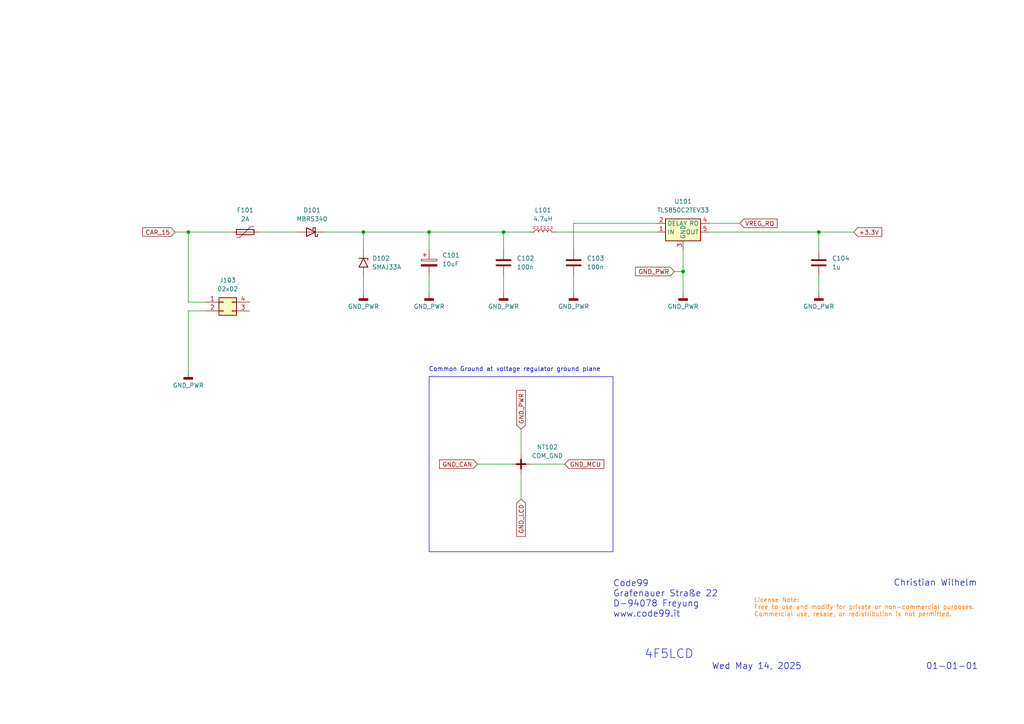
<source format=kicad_sch>
(kicad_sch (version 20250114) (generator "eeschema") (generator_version "9.0")
  (paper "A4")
  (lib_symbols
    (symbol "Connector_Generic:Conn_02x02_Counter_Clockwise" (pin_names (offset 1.016) (hide yes))
      (property "Reference" "J" (at 1.27 2.54 0))
      (property "Value" "Conn_02x02_Counter_Clockwise" (at 1.27 -5.08 0))
      (symbol "Conn_02x02_Counter_Clockwise_1_1"
        (rectangle (start -1.27 1.27) (end 3.81 -3.81) (stroke (width 0.254)) (fill (type background)))
        (rectangle (start -1.27 0.127) (end 0 -0.127) (stroke (width 0.1524)))
        (rectangle (start -1.27 -2.413) (end 0 -2.667) (stroke (width 0.1524)))
        (rectangle (start 3.81 0.127) (end 2.54 -0.127) (stroke (width 0.1524)))
        (rectangle (start 3.81 -2.413) (end 2.54 -2.667) (stroke (width 0.1524)))
        (pin passive line (at -5.08 0 0) (length 3.81) (name "Pin_1") (number "1"))
        (pin passive line (at -5.08 -2.54 0) (length 3.81) (name "Pin_2") (number "2"))
        (pin passive line (at 7.62 0 180) (length 3.81) (name "Pin_4") (number "4"))
        (pin passive line (at 7.62 -2.54 180) (length 3.81) (name "Pin_3") (number "3"))
      )
    )
    (symbol "Device:C" (pin_numbers (hide yes)) (pin_names (offset 0.254))
      (property "Reference" "C" (at 0.635 2.54 0))
      (property "Value" "C" (at 0.635 -2.54 0))
      (symbol "C_0_1"
        (polyline (pts (xy -2.032 0.762) (xy 2.032 0.762)) (stroke (width 0.508)))
        (polyline (pts (xy -2.032 -0.762) (xy 2.032 -0.762)) (stroke (width 0.508)))
      )
      (symbol "C_1_1"
        (pin passive line (at 0 3.81 270) (length 2.794) (name "~") (number "1"))
        (pin passive line (at 0 -3.81 90) (length 2.794) (name "~") (number "2"))
      )
    )
    (symbol "Device:C_Polarized" (pin_numbers (hide yes)) (pin_names (offset 0.254))
      (property "Reference" "C" (at 0.635 2.54 0))
      (property "Value" "C_Polarized" (at 0.635 -2.54 0))
      (symbol "C_Polarized_0_1"
        (rectangle (start -2.286 0.508) (end 2.286 1.016))
        (polyline (pts (xy -1.778 2.286) (xy -0.762 2.286)))
        (polyline (pts (xy -1.27 2.794) (xy -1.27 1.778)))
        (rectangle (start 2.286 -0.508) (end -2.286 -1.016) (fill (type outline)))
      )
      (symbol "C_Polarized_1_1"
        (pin passive line (at 0 3.81 270) (length 2.794) (name "~") (number "1"))
        (pin passive line (at 0 -3.81 90) (length 2.794) (name "~") (number "2"))
      )
    )
    (symbol "Device:L_Ferrite" (pin_numbers (hide yes)) (pin_names (offset 1.016) (hide yes))
      (property "Reference" "L" (at -1.27 0 90))
      (property "Value" "L_Ferrite" (at 2.794 0 90))
      (symbol "L_Ferrite_0_1"
        (arc (start 0 2.54) (mid 0.6323 1.905) (end 0 1.27))
        (arc (start 0 1.27) (mid 0.6323 0.635) (end 0 0))
        (arc (start 0 0) (mid 0.6323 -0.635) (end 0 -1.27))
        (arc (start 0 -1.27) (mid 0.6323 -1.905) (end 0 -2.54))
        (polyline (pts (xy 1.016 2.286) (xy 1.016 2.794)))
        (polyline (pts (xy 1.016 1.27) (xy 1.016 1.778)))
        (polyline (pts (xy 1.016 0.254) (xy 1.016 0.762)))
        (polyline (pts (xy 1.016 -0.762) (xy 1.016 -0.254)))
        (polyline (pts (xy 1.016 -1.778) (xy 1.016 -1.27)))
        (polyline (pts (xy 1.016 -2.794) (xy 1.016 -2.286)))
        (polyline (pts (xy 1.524 2.794) (xy 1.524 2.286)))
        (polyline (pts (xy 1.524 1.778) (xy 1.524 1.27)))
        (polyline (pts (xy 1.524 0.762) (xy 1.524 0.254)))
        (polyline (pts (xy 1.524 -0.254) (xy 1.524 -0.762)))
        (polyline (pts (xy 1.524 -1.27) (xy 1.524 -1.778)))
        (polyline (pts (xy 1.524 -2.286) (xy 1.524 -2.794)))
      )
      (symbol "L_Ferrite_1_1"
        (pin passive line (at 0 3.81 270) (length 1.27) (name "1") (number "1"))
        (pin passive line (at 0 -3.81 90) (length 1.27) (name "2") (number "2"))
      )
    )
    (symbol "Device:NetTie_4_Cross" (pin_numbers (hide yes)) (pin_names (offset 0) (hide yes)) (in_bom no)
      (property "Reference" "NT" (at 0.635 1.27 0))
      (property "Value" "NetTie_4_Cross" (at 0.635 -1.27 0))
      (symbol "NetTie_4_Cross_0_1"
        (polyline (pts (xy -1.27 0) (xy 1.27 0)) (stroke (width 0.508)))
        (polyline (pts (xy 0 -1.27) (xy 0 1.27)) (stroke (width 0.508)))
      )
      (symbol "NetTie_4_Cross_1_1"
        (pin passive line (at -2.54 0 0) (length 2.54) (name "1") (number "1"))
        (pin passive line (at 0 2.54 270) (length 2.54) (name "3") (number "3"))
        (pin passive line (at 0 -2.54 90) (length 2.54) (name "4") (number "4"))
        (pin passive line (at 2.54 0 180) (length 2.54) (name "2") (number "2"))
      )
    )
    (symbol "Device:Polyfuse" (pin_numbers (hide yes)) (pin_names (offset 0))
      (property "Reference" "F" (at -2.54 0 90))
      (property "Value" "Polyfuse" (at 2.54 0 90))
      (symbol "Polyfuse_0_1"
        (polyline (pts (xy -1.524 2.54) (xy -1.524 1.524) (xy 1.524 -1.524) (xy 1.524 -2.54)))
        (rectangle (start -0.762 2.54) (end 0.762 -2.54) (stroke (width 0.254)))
        (polyline (pts (xy 0 2.54) (xy 0 -2.54)))
      )
      (symbol "Polyfuse_1_1"
        (pin passive line (at 0 3.81 270) (length 1.27) (name "~") (number "1"))
        (pin passive line (at 0 -3.81 90) (length 1.27) (name "~") (number "2"))
      )
    )
    (symbol "Diode:MBRS340" (pin_numbers (hide yes)) (pin_names (offset 1.016) (hide yes))
      (property "Reference" "D" (at 0 2.54 0))
      (property "Value" "MBRS340" (at 0 -2.54 0))
      (symbol "MBRS340_0_1"
        (polyline (pts (xy -1.905 0.635) (xy -1.905 1.27) (xy -1.27 1.27) (xy -1.27 -1.27) (xy -0.635 -1.27) (xy -0.635 -0.635)) (stroke (width 0.254)))
        (polyline (pts (xy 1.27 1.27) (xy 1.27 -1.27) (xy -1.27 0) (xy 1.27 1.27)) (stroke (width 0.254)))
        (polyline (pts (xy 1.27 0) (xy -1.27 0)))
      )
      (symbol "MBRS340_1_1"
        (pin passive line (at -3.81 0 0) (length 2.54) (name "K") (number "1"))
        (pin passive line (at 3.81 0 180) (length 2.54) (name "A") (number "2"))
      )
    )
    (symbol "Diode:SMAJ33A" (pin_numbers (hide yes)) (pin_names (offset 1.016) (hide yes))
      (property "Reference" "D" (at 0 2.54 0))
      (property "Value" "SMAJ33A" (at 0 -2.54 0))
      (symbol "SMAJ33A_0_1"
        (polyline (pts (xy -0.762 1.27) (xy -1.27 1.27) (xy -1.27 -1.27)) (stroke (width 0.254)))
        (polyline (pts (xy 1.27 1.27) (xy 1.27 -1.27) (xy -1.27 0) (xy 1.27 1.27)) (stroke (width 0.254)))
      )
      (symbol "SMAJ33A_1_1"
        (pin passive line (at -3.81 0 0) (length 2.54) (name "A1") (number "1"))
        (pin passive line (at 3.81 0 180) (length 2.54) (name "A2") (number "2"))
      )
    )
    (symbol "Regulator_Linear:BD00FC0WFP"
      (property "Reference" "U315" (at 0 6.35 0))
      (property "Value" "TLS850C2TEV33" (at 0 3.81 0))
      (symbol "BD00FC0WFP_1_1"
        (rectangle (start -5.08 -5.08) (end 5.08 1.27) (stroke (width 0.254)) (fill (type background)))
        (pin power_in line (at -7.62 0 0) (length 2.54) (name "DELAY") (number "2"))
        (pin input line (at -7.62 -2.54 0) (length 2.54) (name "IN") (number "1"))
        (pin power_in line (at 0 -7.62 90) (length 2.54) (name "GND") (number "3"))
        (pin power_out line (at 7.62 0 180) (length 2.54) (name "RO") (number "4"))
        (pin input line (at 7.62 -2.54 180) (length 2.54) (name "OUT") (number "5"))
      )
    )
    (symbol "power:GNDD" (power) (pin_numbers (hide yes)) (pin_names (offset 0) (hide yes))
      (property "Value" "GNDD" (at 0 -3.175 0))
      (symbol "GNDD_0_1"
        (rectangle (start -1.27 -1.524) (end 1.27 -2.032) (stroke (width 0.254)) (fill (type outline)))
        (polyline (pts (xy 0 0) (xy 0 -1.524)))
      )
      (symbol "GNDD_1_1"
        (pin power_in line (at 0 0 270) (length 0) (name "~") (number "1"))
      )
    )
  )
  (rectangle (start 124.46 109.22) (end 177.8 160.02))
  (text "Wed May 14, 2025" (at 206.4143 193.346 0) (effects (font (size 1.8288 1.8288)) (justify left)))
  (text "Code99\nGrafenauer Straße 22\nD-94078 Freyung\nwww.code99.it" (at 177.8 173.736 0) (effects (font (size 1.8288 1.8288)) (justify left)))
  (text "License Note:\nFree to use and modify for private or non-commercial purposes.\nCommercial use, resale, or redistribution is not permitted." (at 218.694 176.276 0) (effects (font (size 1.27 1.27)) (justify left)))
  (text "4F5LCD" (at 186.8804 189.8105 0) (effects (font (size 2.54 2.54)) (justify left)))
  (text "01-01-01" (at 268.5515 193.346 0) (effects (font (size 1.8288 1.8288)) (justify left)))
  (text "Common Ground at voltage regulator ground plane" (at 124.3271 107.1907 0) (effects (font (size 1.27 1.27)) (justify left)))
  (text "Christian Wilhelm" (at 283.464 169.164 0) (effects (font (size 1.8288 1.8288)) (justify right)))
  (junction (at 54.61 67.31))
  (junction (at 146.05 67.31))
  (junction (at 105.41 67.31))
  (junction (at 237.49 67.31))
  (junction (at 124.46 67.31))
  (junction (at 198.12 78.74))
  (wire (pts (xy 205.74 67.31) (xy 237.49 67.31)))
  (wire (pts (xy 146.05 67.31) (xy 153.67 67.31)))
  (wire (pts (xy 54.61 67.31) (xy 54.61 87.63)))
  (wire (pts (xy 237.49 67.31) (xy 247.65 67.31)))
  (wire (pts (xy 146.05 80.01) (xy 146.05 85.09)))
  (wire (pts (xy 124.46 80.01) (xy 124.46 85.09)))
  (wire (pts (xy 151.13 137.16) (xy 151.13 144.78)))
  (wire (pts (xy 74.93 67.31) (xy 86.36 67.31)))
  (wire (pts (xy 205.74 64.77) (xy 214.63 64.77)))
  (wire (pts (xy 166.37 64.77) (xy 166.37 72.39)))
  (wire (pts (xy 166.37 64.77) (xy 190.5 64.77)))
  (wire (pts (xy 153.67 134.62) (xy 163.83 134.62)))
  (wire (pts (xy 195.58 78.74) (xy 198.12 78.74)))
  (wire (pts (xy 124.46 67.31) (xy 124.46 72.39)))
  (wire (pts (xy 105.41 80.01) (xy 105.41 85.09)))
  (wire (pts (xy 237.49 80.01) (xy 237.49 85.09)))
  (wire (pts (xy 138.43 134.62) (xy 148.59 134.62)))
  (wire (pts (xy 105.41 67.31) (xy 105.41 72.39)))
  (wire (pts (xy 161.29 67.31) (xy 190.5 67.31)))
  (wire (pts (xy 151.13 124.46) (xy 151.13 132.08)))
  (wire (pts (xy 50.8 67.31) (xy 54.61 67.31)))
  (wire (pts (xy 59.69 87.63) (xy 54.61 87.63)))
  (wire (pts (xy 146.05 67.31) (xy 124.46 67.31)))
  (wire (pts (xy 54.61 67.31) (xy 67.31 67.31)))
  (wire (pts (xy 93.98 67.31) (xy 105.41 67.31)))
  (wire (pts (xy 54.61 90.17) (xy 54.61 107.95)))
  (wire (pts (xy 124.46 67.31) (xy 105.41 67.31)))
  (wire (pts (xy 237.49 67.31) (xy 237.49 72.39)))
  (wire (pts (xy 198.12 78.74) (xy 198.12 85.09)))
  (wire (pts (xy 146.05 67.31) (xy 146.05 72.39)))
  (wire (pts (xy 59.69 90.17) (xy 54.61 90.17)))
  (wire (pts (xy 198.12 72.39) (xy 198.12 78.74)))
  (wire (pts (xy 166.37 80.01) (xy 166.37 85.09)))
  (global_label "GND_LCD" (shape input) (at 151.13 144.78 270) (property "Intersheetrefs" "${INTERSHEET_REFS}" (effects (hide yes))))
  (global_label "GND_CAN" (shape input) (at 138.43 134.62 180) (property "Intersheetrefs" "${INTERSHEET_REFS}" (effects (hide yes))))
  (global_label "GND_PWR" (shape input) (at 151.13 124.46 90) (property "Intersheetrefs" "${INTERSHEET_REFS}" (effects (hide yes))))
  (global_label "+3.3V" (shape input) (at 247.65 67.31 0) (property "Intersheetrefs" "${INTERSHEET_REFS}" (effects (hide yes))))
  (global_label "GND_MCU" (shape input) (at 163.83 134.62 0) (property "Intersheetrefs" "${INTERSHEET_REFS}" (effects (hide yes))))
  (global_label "CAR_15" (shape input) (at 50.8 67.31 180) (property "Intersheetrefs" "${INTERSHEET_REFS}" (effects (hide yes))))
  (global_label "GND_PWR" (shape input) (at 195.58 78.74 180) (property "Intersheetrefs" "${INTERSHEET_REFS}" (effects (hide yes))))
  (global_label "VREG_RO" (shape input) (at 214.63 64.77 0) (property "Intersheetrefs" "${INTERSHEET_REFS}" (effects (hide yes))))
  (symbol (lib_id "power:GNDD") (at 124.46 85.09 0) (unit 1)
    (property "Reference" "#PWR0103" (effects (hide yes)))
    (property "Value" "GND_PWR" (at 124.46 88.9 0))
    (property "Description" "Power symbol creates a global label with name \"GNDD\" , digital ground" (effects (hide yes)))
  )
  (symbol (lib_id "Device:Polyfuse") (at 71.12 67.31 90) (unit 1)
    (property "Reference" "F101" (at 71.12 60.96 90))
    (property "Value" "2A" (at 71.12 63.5 90))
    (property "Footprint" "Fuse:Fuse_Bourns_MF-SM_7.98x5.44mm" (effects (hide yes)))
    (property "Description" "Resettable fuse, polymeric positive temperature coefficient" (effects (hide yes)))
  )
  (symbol (lib_id "power:GNDD") (at 54.61 107.95 0) (unit 1)
    (property "Reference" "#PWR0101" (effects (hide yes)))
    (property "Value" "GND_PWR" (at 54.61 111.76 0))
    (property "Description" "Power symbol creates a global label with name \"GNDD\" , digital ground" (effects (hide yes)))
  )
  (symbol (lib_id "Device:C") (at 166.37 76.2 0) (unit 1)
    (property "Reference" "C103" (at 170.18 74.9299 0) (effects (justify left)))
    (property "Value" "100n" (at 170.18 77.4699 0) (effects (justify left)))
    (property "Footprint" "Capacitor_SMD:C_1206_3216Metric_Pad1.33x1.80mm_HandSolder" (effects (hide yes)))
    (property "Description" "Unpolarized capacitor" (effects (hide yes)))
  )
  (symbol (lib_id "power:GNDD") (at 105.41 85.09 0) (unit 1)
    (property "Reference" "#PWR0102" (effects (hide yes)))
    (property "Value" "GND_PWR" (at 105.41 88.9 0))
    (property "Description" "Power symbol creates a global label with name \"GNDD\" , digital ground" (effects (hide yes)))
  )
  (symbol (lib_id "Device:NetTie_4_Cross") (at 151.13 134.62 0) (unit 1) (in_bom no)
    (property "Reference" "NT102" (at 158.75 129.6668 0))
    (property "Value" "COM_GND" (at 158.75 132.2068 0))
    (property "Description" "Net tie, 4 pins, cross" (effects (hide yes)))
  )
  (symbol (lib_id "Device:C") (at 237.49 76.2 0) (unit 1)
    (property "Reference" "C104" (at 241.3 74.9299 0) (effects (justify left)))
    (property "Value" "1u" (at 241.3 77.4699 0) (effects (justify left)))
    (property "Footprint" "Capacitor_SMD:C_1206_3216Metric_Pad1.33x1.80mm_HandSolder" (effects (hide yes)))
    (property "Description" "Unpolarized capacitor" (effects (hide yes)))
  )
  (symbol (lib_id "Device:C_Polarized") (at 124.46 76.2 0) (unit 1)
    (property "Reference" "C101" (at 128.27 74.0409 0) (effects (justify left)))
    (property "Value" "10uF" (at 128.27 76.5809 0) (effects (justify left)))
    (property "Footprint" "Capacitor_SMD:CP_Elec_5x5.9" (effects (hide yes)))
    (property "Description" "Polarized capacitor" (effects (hide yes)))
  )
  (symbol (lib_id "power:GNDD") (at 146.05 85.09 0) (unit 1)
    (property "Reference" "#PWR0104" (effects (hide yes)))
    (property "Value" "GND_PWR" (at 146.05 88.9 0))
    (property "Description" "Power symbol creates a global label with name \"GNDD\" , digital ground" (effects (hide yes)))
  )
  (symbol (lib_id "Diode:MBRS340") (at 90.17 67.31 180) (unit 1)
    (property "Reference" "D101" (at 90.4875 60.96 0))
    (property "Value" "MBRS340" (at 90.4875 63.5 0))
    (property "Footprint" "Diode_SMD:D_SMC" (effects (hide yes)))
    (property "Datasheet" "https://www.onsemi.com/download/data-sheet/pdf/mbrs340t3-d.pdf" (effects (hide yes)))
    (property "Description" "40V 3A Schottky Barrier Rectifier Diode, SMC (DO-214AB)" (effects (hide yes)))
  )
  (symbol (lib_id "power:GNDD") (at 237.49 85.09 0) (unit 1)
    (property "Reference" "#PWR0107" (effects (hide yes)))
    (property "Value" "GND_PWR" (at 237.49 88.9 0))
    (property "Description" "Power symbol creates a global label with name \"GNDD\" , digital ground" (effects (hide yes)))
  )
  (symbol (lib_id "Diode:SMAJ33A") (at 105.41 76.2 270) (unit 1)
    (property "Reference" "D102" (at 107.95 74.9299 90) (effects (justify left)))
    (property "Value" "SMAJ33A" (at 107.95 77.4699 90) (effects (justify left)))
    (property "Footprint" "Diode_SMD:D_SMA" (effects (hide yes)))
    (property "Datasheet" "https://www.littelfuse.com/media?resourcetype=datasheets&itemid=75e32973-b177-4ee3-a0ff-cedaf1abdb93&filename=smaj-datasheet" (effects (hide yes)))
    (property "Description" "400W unidirectional Transient Voltage Suppressor, 33.0Vr, SMA(DO-214AC)" (effects (hide yes)))
  )
  (symbol (lib_id "Regulator_Linear:BD00FC0WFP") (at 198.12 64.77 0) (unit 1)
    (property "Reference" "U101" (at 198.12 58.42 0))
    (property "Value" "TLS850C2TEV33" (at 198.12 60.96 0))
    (property "Footprint" "Package_TO_SOT_SMD:TO-252-4" (effects (hide yes)))
    (property "Datasheet" "https://fscdn.rohm.com/en/products/databook/datasheet/ic/power/linear_regulator/bdxxfc0wefj-e.pdf" (effects (hide yes)))
    (property "Description" "1A, variable LDO regulator with OVP & TSP, with enable, TO-252" (effects (hide yes)))
  )
  (symbol (lib_id "power:GNDD") (at 166.37 85.09 0) (unit 1)
    (property "Reference" "#PWR0105" (effects (hide yes)))
    (property "Value" "GND_PWR" (at 166.37 88.9 0))
    (property "Description" "Power symbol creates a global label with name \"GNDD\" , digital ground" (effects (hide yes)))
  )
  (symbol (lib_id "power:GNDD") (at 198.12 85.09 0) (unit 1)
    (property "Reference" "#PWR0106" (effects (hide yes)))
    (property "Value" "GND_PWR" (at 198.12 88.9 0))
    (property "Description" "Power symbol creates a global label with name \"GNDD\" , digital ground" (effects (hide yes)))
  )
  (symbol (lib_id "Connector_Generic:Conn_02x02_Counter_Clockwise") (at 64.77 87.63 0) (unit 1)
    (property "Reference" "J103" (at 66.04 81.28 0))
    (property "Value" "02x02" (at 66.04 83.82 0))
    (property "Footprint" "Connector_PinHeader_2.54mm:PinHeader_2x02_P2.54mm_Horizontal" (effects (hide yes)))
    (property "Description" "Generic connector, double row, 02x02, counter clockwise pin numbering scheme (similar to DIP package numbering), script generated (kicad-library-utils/schlib/autogen/connector/)" (effects (hide yes)))
  )
  (symbol (lib_id "Device:L_Ferrite") (at 157.48 67.31 90) (unit 1)
    (property "Reference" "L101" (at 157.48 60.96 90))
    (property "Value" "4.7uH" (at 157.48 63.5 90))
    (property "Footprint" "Inductor_SMD:L_Ferrocore_DLG-0403" (effects (hide yes)))
    (property "Description" "Inductor with ferrite core" (effects (hide yes)))
  )
  (symbol (lib_id "Device:C") (at 146.05 76.2 0) (unit 1)
    (property "Reference" "C102" (at 149.86 74.9299 0) (effects (justify left)))
    (property "Value" "100n" (at 149.86 77.4699 0) (effects (justify left)))
    (property "Footprint" "Capacitor_SMD:C_1206_3216Metric_Pad1.33x1.80mm_HandSolder" (effects (hide yes)))
    (property "Description" "Unpolarized capacitor" (effects (hide yes)))
  )
)
</source>
